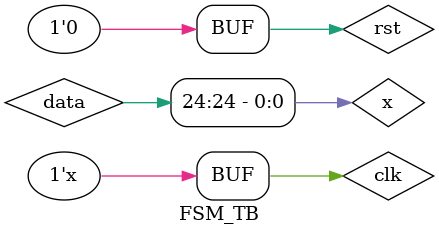
<source format=v>
module FSM_TB();
  reg clk, rst;
  reg [24 : 0] data;
  wire z, x;
  wire [2 : 0] state;
 
  assign x = data[24];
 
  initial begin
    clk = 0;
    rst = 1;
    #30 rst = 0;
    data = 25'b0010_1011_0101_1100_0101_01100;
  end
  
  // left shift the serial
  always #20 clk = ~clk;
  always @ (posedge clk) #2 data = {data[23 : 0], data[24]};
    
  FSM U1(.x(x), .z(z), .clk(clk), .state(state), .rst(rst));
endmodule



</source>
